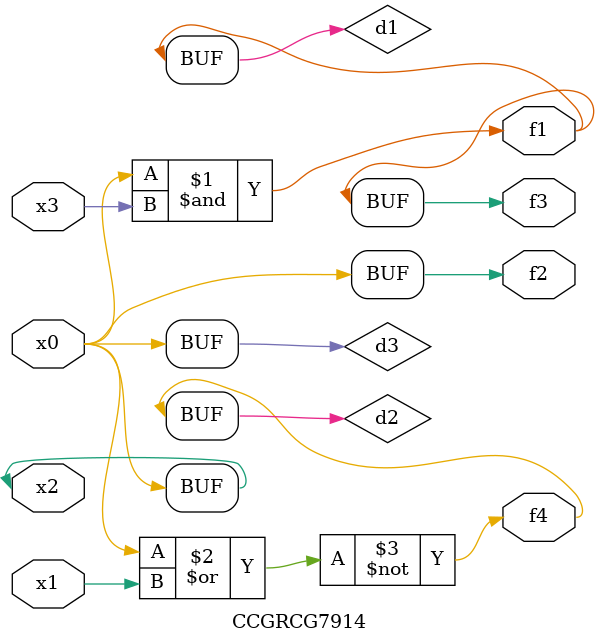
<source format=v>
module CCGRCG7914(
	input x0, x1, x2, x3,
	output f1, f2, f3, f4
);

	wire d1, d2, d3;

	and (d1, x2, x3);
	nor (d2, x0, x1);
	buf (d3, x0, x2);
	assign f1 = d1;
	assign f2 = d3;
	assign f3 = d1;
	assign f4 = d2;
endmodule

</source>
